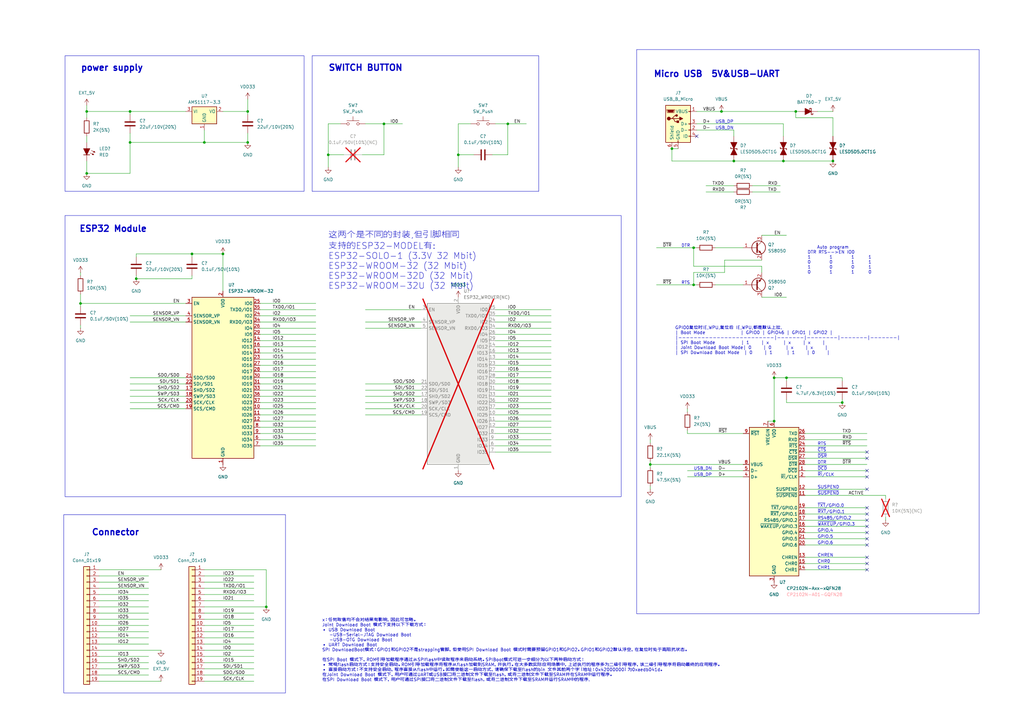
<source format=kicad_sch>
(kicad_sch (version 20250114) (generator "eeschema") (generator_version "9.0")
  (paper "A3")
  (rectangle (start 26.67 22.86) (end 124.714 78.486))
  (rectangle (start 261.112 20.32) (end 401.574 251.714))
  (rectangle (start 26.67 88.392) (end 254.762 203.708))
  (rectangle (start 128.016 22.86) (end 220.98 78.486))
  (rectangle (start 26.162 211.074) (end 117.094 284.226))
  (text "CHR0" (at 335.28 231.14 0) (effects (font (size 1.27 1.27)) (justify left bottom)))
  (text "~{RXT}/GPIO.1" (at 335.28 210.82 0) (effects (font (size 1.27 1.27)) (justify left bottom)))
  (text "GPIO0复位时IE,WPU,复位后 IE,WPU,都是默认上拉.\n| Boot Mode               | GPIO0 | GPIO46 | GPIO1 | GPIO2 |\n|-------------------------|-------|--------|-------|-------|\n| SPI Boot Mode           | 1     | x      | x     | x     |\n| Joint Download Boot Mode| 0     | 0      | x     | x     |\n| SPI Download Boot Mode  | 0     | 1      | 1     | 0     |" (at 276.86 139.7 0) (effects (font (size 1.27 1.27)) (justify left)))
  (text "支持的ESP32-MODEL有:\nESP32-SOLO-1 (3.3V 32 Mbit)\nESP32-WROOM-32 (32 Mbit)\nESP32-WROOM-32D (32 Mbit)\nESP32-WROOM-32U (32 Mbit)" (exclude_from_sim yes) (at 134.62 109.22 0) (effects (font (size 2.54 2.54)) (justify left)))
  (text "     Auto program\n DTR RTS-->EN IO0\n 1        1        1      1\n 0        0        1      1\n 1        0        0      1\n 0        1        1      0" (at 330.2 106.68 0) (effects (font (size 1.27 1.27)) (justify left)))
  (text "~{WAKEUP}/GPIO.3" (at 335.28 215.9 0) (effects (font (size 1.27 1.27)) (justify left bottom)))
  (text "CHR1" (at 335.28 233.68 0) (effects (font (size 1.27 1.27)) (justify left bottom)))
  (text "SWITCH BUTTON" (at 134.62 27.94 0) (effects (font (size 2.54 2.54) (thickness 0.508) (bold yes)) (justify left)))
  (text "RS485/GPIO.2" (at 335.28 213.36 0) (effects (font (size 1.27 1.27)) (justify left bottom)))
  (text "~{DCD}" (at 335.28 193.04 0) (effects (font (size 1.27 1.27)) (justify left bottom)))
  (text " Connector" (at 35.56 218.44 0) (effects (font (size 2.54 2.54) (thickness 0.508) (bold yes)) (justify left)))
  (text "DTR" (at 279.4 101.6 0) (effects (font (size 1.27 1.27)) (justify left bottom)))
  (text "CHREN" (at 335.28 228.6 0) (effects (font (size 1.27 1.27)) (justify left bottom)))
  (text "~{RI}/CLK" (at 335.28 195.58 0) (effects (font (size 1.27 1.27)) (justify left bottom)))
  (text "RTS" (at 279.4 116.84 0) (effects (font (size 1.27 1.27)) (justify left bottom)))
  (text "USB_DP" (at 293.37 50.8 0) (effects (font (size 1.27 1.27)) (justify left bottom)))
  (text "USB_DN" (at 293.37 53.34 0) (effects (font (size 1.27 1.27)) (justify left bottom)))
  (text "DTR" (at 335.28 190.5 0) (effects (font (size 1.27 1.27)) (justify left bottom)))
  (text "RTS" (at 335.28 182.88 0) (effects (font (size 1.27 1.27)) (justify left bottom)))
  (text " ESP32 Module" (at 30.48 93.98 0) (effects (font (size 2.54 2.54) (thickness 0.508) (bold yes)) (justify left)))
  (text "GPIO.6" (at 335.28 223.52 0) (effects (font (size 1.27 1.27)) (justify left bottom)))
  (text "~{CTS}" (at 335.28 185.42 0) (effects (font (size 1.27 1.27)) (justify left bottom)))
  (text "SUSPEND" (at 335.28 200.66 0) (effects (font (size 1.27 1.27)) (justify left bottom)))
  (text "这两个是不同的封装,但引脚相同" (exclude_from_sim yes) (at 134.62 96.52 0) (effects (font (size 2.54 2.54)) (justify left)))
  (text "~{SUSPEND}" (at 335.28 203.2 0) (effects (font (size 1.27 1.27)) (justify left bottom)))
  (text "~{TXT}/GPIO.0" (at 335.28 208.28 0) (effects (font (size 1.27 1.27)) (justify left bottom)))
  (text "USB_DN" (at 284.48 193.04 0) (effects (font (size 1.27 1.27)) (justify left bottom)))
  (text "~{DSR}" (at 335.28 187.96 0) (effects (font (size 1.27 1.27)) (justify left bottom)))
  (text "Micro USB  5V&USB-UART" (at 267.97 30.48 0) (effects (font (size 2.54 2.54) (thickness 0.508) (bold yes)) (justify left)))
  (text "x：任何取值均不会对结果有影响，因此可忽略。\nJoint Download Boot 模式下支持以下下载方式：\n• USB Download Boot\n   -USB-Serial-JTAG Download Boot\n   -USB-OTG Download Boot\n• UART Download Boot\nSPI DownloadBoot模式：GPIO1和GPIO2不是strapping管脚，但使用SPI Download Boot 模式时需要预留GPIO1和GPIO2。GPIO1和GPIO2默认浮空，在复位时处于高阻抗状态。\n\n在SPI Boot 模式下，ROM引导加载程序通过从SPIflash中读取程序来启动系统。SPIBoot模式可进一步细分为以下两种启动方式：\n• 常规flash启动方式：支持安全启动。ROM引导加载程序将程序从flash加载到SRAM，并执行。在大多数实际应用场景中，上述执行的程序多为二级引导程序，该二级引导程序将启动最终的应用程序。\n• 直接启动方式：不支持安全启动，程序直接从flash中运行。如需使能这一启动方式，请确保下载至flash的bin 文件其前两个字（地址：0x42000000）为0xaedb041d。\n在Joint Download Boot 模式下，用户可通过UART或USB接口将二进制文件下载至flash，或将二进制文件下载至SRAM并在SRAM中运行程序。\n在SPI Download Boot 模式下，用户可通过SPI接口将二进制文件下载至flash，或将二进制文件下载至SRAM并运行SRAM中的程序." (at 132.08 266.7 0) (effects (font (size 1.27 1.27)) (justify left)))
  (text "GPIO.4" (at 335.28 218.44 0) (effects (font (size 1.27 1.27)) (justify left bottom)))
  (text "USB_DP" (at 284.48 195.58 0) (effects (font (size 1.27 1.27)) (justify left bottom)))
  (text "GPIO.5" (at 335.28 220.98 0) (effects (font (size 1.27 1.27)) (justify left bottom)))
  (text "power supply" (exclude_from_sim yes) (at 33.02 27.94 0) (effects (font (size 2.54 2.54) (thickness 0.508) (bold yes)) (justify left)))
  (junction (at 101.6 58.42))
  (junction (at 208.28 50.8))
  (junction (at 295.91 45.72))
  (junction (at 33.02 124.46))
  (junction (at 187.96 63.5))
  (junction (at 317.5 172.72))
  (junction (at 345.44 165.1))
  (junction (at 53.34 45.72))
  (junction (at 321.31 66.04))
  (junction (at 101.6 45.72))
  (junction (at 55.88 114.3))
  (junction (at 35.56 45.72))
  (junction (at 266.7 190.5))
  (junction (at 109.22 248.92))
  (junction (at 300.99 66.04))
  (junction (at 284.48 101.6))
  (junction (at 275.59 60.96))
  (junction (at 53.34 58.42))
  (junction (at 134.62 63.5))
  (junction (at 317.5 154.94))
  (junction (at 91.44 104.14))
  (junction (at 35.56 71.12))
  (junction (at 83.82 58.42))
  (junction (at 157.48 50.8))
  (junction (at 284.48 116.84))
  (junction (at 78.74 104.14))
  (junction (at 326.39 45.72))
  (junction (at 341.63 66.04))
  (junction (at 322.58 154.94))
  (no_connect (at 285.75 55.88))
  (no_connect (at 355.6 231.14))
  (no_connect (at 355.6 200.66))
  (no_connect (at 355.6 228.6))
  (no_connect (at 355.6 187.96))
  (no_connect (at 355.6 208.28))
  (no_connect (at 355.6 218.44))
  (no_connect (at 355.6 195.58))
  (no_connect (at 355.6 233.68))
  (no_connect (at 355.6 213.36))
  (no_connect (at 355.6 185.42))
  (no_connect (at 355.6 223.52))
  (no_connect (at 355.6 215.9))
  (no_connect (at 355.6 220.98))
  (no_connect (at 355.6 210.82))
  (no_connect (at 355.6 193.04))
  (wire (pts (xy 83.82 261.62) (xy 104.14 261.62)))
  (wire (pts (xy 322.58 163.83) (xy 322.58 165.1)))
  (wire (pts (xy 285.75 53.34) (xy 300.99 53.34)))
  (wire (pts (xy 129.54 129.54) (xy 106.68 129.54)))
  (wire (pts (xy 226.06 132.08) (xy 203.2 132.08)))
  (wire (pts (xy 289.56 78.74) (xy 300.99 78.74)))
  (wire (pts (xy 284.48 111.76) (xy 297.18 111.76)))
  (wire (pts (xy 53.34 71.12) (xy 35.56 71.12)))
  (wire (pts (xy 322.58 154.94) (xy 322.58 156.21)))
  (wire (pts (xy 226.06 182.88) (xy 203.2 182.88)))
  (wire (pts (xy 363.22 212.09) (xy 363.22 213.36)))
  (wire (pts (xy 40.64 254) (xy 60.96 254)))
  (wire (pts (xy 226.06 175.26) (xy 203.2 175.26)))
  (wire (pts (xy 129.54 180.34) (xy 106.68 180.34)))
  (wire (pts (xy 83.82 243.84) (xy 104.14 243.84)))
  (wire (pts (xy 83.82 236.22) (xy 104.14 236.22)))
  (wire (pts (xy 284.48 109.22) (xy 312.42 109.22)))
  (wire (pts (xy 83.82 266.7) (xy 104.14 266.7)))
  (wire (pts (xy 284.48 101.6) (xy 284.48 109.22)))
  (wire (pts (xy 355.6 215.9) (xy 330.2 215.9)))
  (wire (pts (xy 129.54 177.8) (xy 106.68 177.8)))
  (wire (pts (xy 226.06 162.56) (xy 203.2 162.56)))
  (wire (pts (xy 266.7 180.34) (xy 266.7 181.61)))
  (wire (pts (xy 129.54 152.4) (xy 106.68 152.4)))
  (wire (pts (xy 40.64 256.54) (xy 60.96 256.54)))
  (wire (pts (xy 35.56 45.72) (xy 53.34 45.72)))
  (wire (pts (xy 281.94 176.53) (xy 281.94 177.8)))
  (wire (pts (xy 53.34 132.08) (xy 76.2 132.08)))
  (wire (pts (xy 226.06 165.1) (xy 203.2 165.1)))
  (wire (pts (xy 53.34 160.02) (xy 76.2 160.02)))
  (wire (pts (xy 226.06 129.54) (xy 203.2 129.54)))
  (wire (pts (xy 129.54 175.26) (xy 106.68 175.26)))
  (wire (pts (xy 266.7 190.5) (xy 304.8 190.5)))
  (wire (pts (xy 53.34 54.61) (xy 53.34 58.42)))
  (wire (pts (xy 40.64 243.84) (xy 60.96 243.84)))
  (wire (pts (xy 321.31 50.8) (xy 321.31 55.88)))
  (wire (pts (xy 40.64 241.3) (xy 60.96 241.3)))
  (wire (pts (xy 139.7 50.8) (xy 134.62 50.8)))
  (wire (pts (xy 355.6 228.6) (xy 330.2 228.6)))
  (wire (pts (xy 226.06 144.78) (xy 203.2 144.78)))
  (wire (pts (xy 35.56 45.72) (xy 35.56 48.26)))
  (wire (pts (xy 226.06 149.86) (xy 203.2 149.86)))
  (wire (pts (xy 275.59 66.04) (xy 300.99 66.04)))
  (wire (pts (xy 312.42 109.22) (xy 312.42 111.76)))
  (wire (pts (xy 78.74 114.3) (xy 55.88 114.3)))
  (wire (pts (xy 40.64 261.62) (xy 60.96 261.62)))
  (wire (pts (xy 129.54 172.72) (xy 106.68 172.72)))
  (wire (pts (xy 322.58 154.94) (xy 345.44 154.94)))
  (wire (pts (xy 317.5 154.94) (xy 322.58 154.94)))
  (wire (pts (xy 33.02 111.76) (xy 33.02 113.03)))
  (wire (pts (xy 266.7 199.39) (xy 266.7 200.66)))
  (wire (pts (xy 226.06 160.02) (xy 203.2 160.02)))
  (wire (pts (xy 40.64 233.68) (xy 66.04 233.68)))
  (wire (pts (xy 281.94 167.64) (xy 281.94 168.91)))
  (wire (pts (xy 293.37 116.84) (xy 304.8 116.84)))
  (wire (pts (xy 281.94 193.04) (xy 304.8 193.04)))
  (wire (pts (xy 129.54 147.32) (xy 106.68 147.32)))
  (wire (pts (xy 129.54 157.48) (xy 106.68 157.48)))
  (wire (pts (xy 91.44 45.72) (xy 101.6 45.72)))
  (wire (pts (xy 129.54 144.78) (xy 106.68 144.78)))
  (wire (pts (xy 129.54 139.7) (xy 106.68 139.7)))
  (wire (pts (xy 33.02 124.46) (xy 33.02 125.73)))
  (wire (pts (xy 157.48 50.8) (xy 165.1 50.8)))
  (wire (pts (xy 355.6 187.96) (xy 330.2 187.96)))
  (wire (pts (xy 129.54 167.64) (xy 106.68 167.64)))
  (wire (pts (xy 83.82 238.76) (xy 104.14 238.76)))
  (wire (pts (xy 83.82 246.38) (xy 104.14 246.38)))
  (wire (pts (xy 149.86 134.62) (xy 172.72 134.62)))
  (wire (pts (xy 129.54 127) (xy 106.68 127)))
  (wire (pts (xy 355.6 231.14) (xy 330.2 231.14)))
  (wire (pts (xy 157.48 50.8) (xy 149.86 50.8)))
  (wire (pts (xy 129.54 165.1) (xy 106.68 165.1)))
  (wire (pts (xy 187.96 63.5) (xy 194.31 63.5)))
  (wire (pts (xy 134.62 63.5) (xy 134.62 68.58)))
  (wire (pts (xy 129.54 162.56) (xy 106.68 162.56)))
  (wire (pts (xy 53.34 45.72) (xy 76.2 45.72)))
  (wire (pts (xy 148.59 63.5) (xy 157.48 63.5)))
  (wire (pts (xy 83.82 53.34) (xy 83.82 58.42)))
  (wire (pts (xy 355.6 233.68) (xy 330.2 233.68)))
  (wire (pts (xy 284.48 116.84) (xy 285.75 116.84)))
  (wire (pts (xy 269.24 116.84) (xy 284.48 116.84)))
  (wire (pts (xy 40.64 279.4) (xy 66.04 279.4)))
  (wire (pts (xy 149.86 162.56) (xy 172.72 162.56)))
  (wire (pts (xy 355.6 213.36) (xy 330.2 213.36)))
  (wire (pts (xy 149.86 170.18) (xy 172.72 170.18)))
  (wire (pts (xy 40.64 238.76) (xy 60.96 238.76)))
  (wire (pts (xy 55.88 104.14) (xy 78.74 104.14)))
  (wire (pts (xy 295.91 45.72) (xy 326.39 45.72)))
  (wire (pts (xy 40.64 264.16) (xy 60.96 264.16)))
  (wire (pts (xy 55.88 113.03) (xy 55.88 114.3)))
  (wire (pts (xy 35.56 43.18) (xy 35.56 45.72)))
  (wire (pts (xy 33.02 133.35) (xy 33.02 134.62)))
  (wire (pts (xy 40.64 269.24) (xy 60.96 269.24)))
  (wire (pts (xy 35.56 66.04) (xy 35.56 71.12)))
  (wire (pts (xy 101.6 54.61) (xy 101.6 58.42)))
  (wire (pts (xy 83.82 279.4) (xy 104.14 279.4)))
  (wire (pts (xy 355.6 185.42) (xy 330.2 185.42)))
  (wire (pts (xy 53.34 167.64) (xy 76.2 167.64)))
  (wire (pts (xy 83.82 269.24) (xy 104.14 269.24)))
  (wire (pts (xy 157.48 63.5) (xy 157.48 50.8)))
  (wire (pts (xy 193.04 50.8) (xy 187.96 50.8)))
  (wire (pts (xy 355.6 218.44) (xy 330.2 218.44)))
  (wire (pts (xy 53.34 45.72) (xy 53.34 46.99)))
  (wire (pts (xy 355.6 200.66) (xy 330.2 200.66)))
  (wire (pts (xy 187.96 50.8) (xy 187.96 63.5)))
  (wire (pts (xy 308.61 78.74) (xy 320.04 78.74)))
  (wire (pts (xy 129.54 137.16) (xy 106.68 137.16)))
  (wire (pts (xy 53.34 58.42) (xy 83.82 58.42)))
  (wire (pts (xy 83.82 58.42) (xy 101.6 58.42)))
  (wire (pts (xy 355.6 195.58) (xy 330.2 195.58)))
  (wire (pts (xy 226.06 172.72) (xy 203.2 172.72)))
  (wire (pts (xy 109.22 233.68) (xy 109.22 248.92)))
  (wire (pts (xy 83.82 276.86) (xy 104.14 276.86)))
  (wire (pts (xy 355.6 193.04) (xy 330.2 193.04)))
  (wire (pts (xy 134.62 63.5) (xy 140.97 63.5)))
  (wire (pts (xy 40.64 274.32) (xy 60.96 274.32)))
  (wire (pts (xy 129.54 132.08) (xy 106.68 132.08)))
  (wire (pts (xy 297.18 106.68) (xy 312.42 106.68)))
  (wire (pts (xy 129.54 134.62) (xy 106.68 134.62)))
  (wire (pts (xy 83.82 256.54) (xy 104.14 256.54)))
  (wire (pts (xy 129.54 142.24) (xy 106.68 142.24)))
  (wire (pts (xy 149.86 127) (xy 172.72 127)))
  (wire (pts (xy 317.5 154.94) (xy 317.5 172.72)))
  (wire (pts (xy 83.82 264.16) (xy 104.14 264.16)))
  (wire (pts (xy 330.2 203.2) (xy 363.22 203.2)))
  (wire (pts (xy 275.59 60.96) (xy 278.13 60.96)))
  (wire (pts (xy 101.6 45.72) (xy 101.6 46.99)))
  (wire (pts (xy 226.06 154.94) (xy 203.2 154.94)))
  (wire (pts (xy 83.82 259.08) (xy 104.14 259.08)))
  (wire (pts (xy 83.82 271.78) (xy 104.14 271.78)))
  (wire (pts (xy 281.94 195.58) (xy 304.8 195.58)))
  (wire (pts (xy 208.28 50.8) (xy 215.9 50.8)))
  (wire (pts (xy 40.64 251.46) (xy 60.96 251.46)))
  (wire (pts (xy 308.61 76.2) (xy 320.04 76.2)))
  (wire (pts (xy 149.86 160.02) (xy 172.72 160.02)))
  (wire (pts (xy 226.06 167.64) (xy 203.2 167.64)))
  (wire (pts (xy 129.54 170.18) (xy 106.68 170.18)))
  (wire (pts (xy 285.75 45.72) (xy 295.91 45.72)))
  (wire (pts (xy 355.6 182.88) (xy 330.2 182.88)))
  (wire (pts (xy 83.82 248.92) (xy 109.22 248.92)))
  (wire (pts (xy 226.06 147.32) (xy 203.2 147.32)))
  (wire (pts (xy 355.6 220.98) (xy 330.2 220.98)))
  (wire (pts (xy 134.62 50.8) (xy 134.62 63.5)))
  (wire (pts (xy 53.34 129.54) (xy 76.2 129.54)))
  (wire (pts (xy 355.6 177.8) (xy 330.2 177.8)))
  (wire (pts (xy 53.34 165.1) (xy 76.2 165.1)))
  (wire (pts (xy 300.99 66.04) (xy 321.31 66.04)))
  (wire (pts (xy 53.34 154.94) (xy 76.2 154.94)))
  (wire (pts (xy 129.54 154.94) (xy 106.68 154.94)))
  (wire (pts (xy 40.64 271.78) (xy 60.96 271.78)))
  (wire (pts (xy 40.64 248.92) (xy 60.96 248.92)))
  (wire (pts (xy 363.22 203.2) (xy 363.22 204.47)))
  (wire (pts (xy 208.28 50.8) (xy 203.2 50.8)))
  (wire (pts (xy 40.64 246.38) (xy 60.96 246.38)))
  (wire (pts (xy 355.6 208.28) (xy 330.2 208.28)))
  (wire (pts (xy 266.7 190.5) (xy 266.7 191.77)))
  (wire (pts (xy 149.86 167.64) (xy 172.72 167.64)))
  (wire (pts (xy 285.75 50.8) (xy 321.31 50.8)))
  (wire (pts (xy 335.28 45.72) (xy 341.63 45.72)))
  (wire (pts (xy 53.34 162.56) (xy 76.2 162.56)))
  (wire (pts (xy 345.44 163.83) (xy 345.44 165.1)))
  (wire (pts (xy 284.48 101.6) (xy 285.75 101.6)))
  (wire (pts (xy 312.42 121.92) (xy 322.58 121.92)))
  (wire (pts (xy 187.96 63.5) (xy 187.96 68.58)))
  (wire (pts (xy 284.48 111.76) (xy 284.48 116.84)))
  (wire (pts (xy 33.02 120.65) (xy 33.02 124.46)))
  (wire (pts (xy 149.86 157.48) (xy 172.72 157.48)))
  (wire (pts (xy 78.74 104.14) (xy 91.44 104.14)))
  (wire (pts (xy 201.93 63.5) (xy 208.28 63.5)))
  (wire (pts (xy 129.54 182.88) (xy 106.68 182.88)))
  (wire (pts (xy 355.6 180.34) (xy 330.2 180.34)))
  (wire (pts (xy 326.39 48.26) (xy 341.63 48.26)))
  (wire (pts (xy 91.44 104.14) (xy 91.44 119.38)))
  (wire (pts (xy 314.96 172.72) (xy 317.5 172.72)))
  (wire (pts (xy 326.39 45.72) (xy 326.39 48.26)))
  (wire (pts (xy 83.82 274.32) (xy 104.14 274.32)))
  (wire (pts (xy 53.34 58.42) (xy 53.34 71.12)))
  (wire (pts (xy 226.06 185.42) (xy 203.2 185.42)))
  (wire (pts (xy 269.24 101.6) (xy 284.48 101.6)))
  (wire (pts (xy 226.06 152.4) (xy 203.2 152.4)))
  (wire (pts (xy 341.63 48.26) (xy 341.63 55.88)))
  (wire (pts (xy 55.88 104.14) (xy 55.88 105.41)))
  (wire (pts (xy 312.42 96.52) (xy 322.58 96.52)))
  (wire (pts (xy 129.54 149.86) (xy 106.68 149.86)))
  (wire (pts (xy 289.56 76.2) (xy 300.99 76.2)))
  (wire (pts (xy 83.82 233.68) (xy 109.22 233.68)))
  (wire (pts (xy 83.82 254) (xy 104.14 254)))
  (wire (pts (xy 226.06 170.18) (xy 203.2 170.18)))
  (wire (pts (xy 78.74 113.03) (xy 78.74 114.3)))
  (wire (pts (xy 355.6 223.52) (xy 330.2 223.52)))
  (wire (pts (xy 226.06 142.24) (xy 203.2 142.24)))
  (wire (pts (xy 208.28 63.5) (xy 208.28 50.8)))
  (wire (pts (xy 129.54 160.02) (xy 106.68 160.02)))
  (wire (pts (xy 355.6 210.82) (xy 330.2 210.82)))
  (wire (pts (xy 275.59 66.04) (xy 275.59 60.96)))
  (wire (pts (xy 293.37 101.6) (xy 304.8 101.6)))
  (wire (pts (xy 326.39 45.72) (xy 327.66 45.72)))
  (wire (pts (xy 226.06 139.7) (xy 203.2 139.7)))
  (wire (pts (xy 149.86 165.1) (xy 172.72 165.1)))
  (wire (pts (xy 226.06 137.16) (xy 203.2 137.16)))
  (wire (pts (xy 53.34 157.48) (xy 76.2 157.48)))
  (wire (pts (xy 355.6 190.5) (xy 330.2 190.5)))
  (wire (pts (xy 345.44 154.94) (xy 345.44 156.21)))
  (wire (pts (xy 297.18 111.76) (xy 297.18 106.68)))
  (wire (pts (xy 83.82 241.3) (xy 104.14 241.3)))
  (wire (pts (xy 226.06 180.34) (xy 203.2 180.34)))
  (wire (pts (xy 33.02 124.46) (xy 76.2 124.46)))
  (wire (pts (xy 266.7 189.23) (xy 266.7 190.5)))
  (wire (pts (xy 35.56 55.88) (xy 35.56 58.42)))
  (wire (pts (xy 226.06 127) (xy 203.2 127)))
  (wire (pts (xy 300.99 53.34) (xy 300.99 55.88)))
  (wire (pts (xy 40.64 266.7) (xy 66.04 266.7)))
  (wire (pts (xy 345.44 165.1) (xy 322.58 165.1)))
  (wire (pts (xy 40.64 259.08) (xy 60.96 259.08)))
  (wire (pts (xy 129.54 124.46) (xy 106.68 124.46)))
  (wire (pts (xy 281.94 177.8) (xy 304.8 177.8)))
  (wire (pts (xy 226.06 177.8) (xy 203.2 177.8)))
  (wire (pts (xy 40.64 276.86) (xy 60.96 276.86)))
  (wire (pts (xy 149.86 132.08) (xy 172.72 132.08)))
  (wire (pts (xy 78.74 104.14) (xy 78.74 105.41)))
  (wire (pts (xy 83.82 251.46) (xy 104.14 251.46)))
  (wire (pts (xy 101.6 40.64) (xy 101.6 45.72)))
  (wire (pts (xy 226.06 134.62) (xy 203.2 134.62)))
  (wire (pts (xy 226.06 157.48) (xy 203.2 157.48)))
  (wire (pts (xy 321.31 66.04) (xy 341.63 66.04)))
  (wire (pts (xy 40.64 236.22) (xy 60.96 236.22)))
  (label "D+" (at 288.29 50.8 0))
  (label "SCS/CMD" (at 170.18 170.18 180))
  (label "IO0" (at 317.5 121.92 0))
  (label "IO0" (at 111.76 124.46 0))
  (label "IO5" (at 111.76 137.16 0))
  (label "IO32" (at 111.76 175.26 0))
  (label "IO34" (at 111.76 180.34 0))
  (label "D-" (at 288.29 53.34 0))
  (label "IO22" (at 91.44 238.76 0))
  (label "IO27" (at 48.26 259.08 0))
  (label "IO5" (at 208.28 139.7 0))
  (label "SWP/SD3" (at 170.18 165.1 180))
  (label "IO2" (at 111.76 129.54 0))
  (label "RXD" (at 314.96 76.2 0))
  (label "IO21" (at 91.44 246.38 0))
  (label "SCK/CLK" (at 170.18 167.64 180))
  (label "IO0" (at 91.44 266.7 0))
  (label "SHD/SD2" (at 73.66 160.02 180))
  (label "D-" (at 294.64 193.04 0))
  (label "D+" (at 294.64 195.58 0))
  (label "IO26" (at 48.26 256.54 0))
  (label "IO4" (at 208.28 137.16 0))
  (label "IO15" (at 111.76 147.32 0))
  (label "SENSOR_VN" (at 48.26 241.3 0))
  (label "IO35" (at 208.28 185.42 0))
  (label "IO27" (at 208.28 175.26 0))
  (label "SENSOR_VN" (at 73.66 132.08 180))
  (label "IO18" (at 111.76 154.94 0))
  (label "IO15" (at 208.28 149.86 0))
  (label "IO32" (at 208.28 177.8 0))
  (label "TXD0" (at 292.1 76.2 0))
  (label "ACTIVE" (at 347.98 203.2 0))
  (label "VBUS" (at 288.29 45.72 0))
  (label "IO4" (at 91.44 264.16 0))
  (label "IO4" (at 111.76 134.62 0))
  (label "~{RTS}" (at 345.44 182.88 0))
  (label "VBUS" (at 294.64 190.5 0))
  (label "IO13" (at 111.76 142.24 0))
  (label "IO26" (at 111.76 170.18 0))
  (label "IO34" (at 208.28 182.88 0))
  (label "IO25" (at 208.28 170.18 0))
  (label "TXD" (at 314.96 78.74 0))
  (label "TXD0/IO1" (at 208.28 129.54 0))
  (label "IO5" (at 91.44 256.54 0))
  (label "IO14" (at 48.26 261.62 0))
  (label "IO13" (at 48.26 269.24 0))
  (label "SDO{slash}SD0" (at 91.44 276.86 0))
  (label "IO33" (at 208.28 180.34 0))
  (label "RXD0" (at 292.1 78.74 0))
  (label "IO22" (at 111.76 162.56 0))
  (label "RXD0/IO3" (at 91.44 243.84 0))
  (label "IO19" (at 208.28 160.02 0))
  (label "IO0" (at 160.02 50.8 0))
  (label "SWP{slash}SD3" (at 48.26 274.32 0))
  (label "~{RST}" (at 294.64 177.8 0))
  (label "~{DTR}" (at 271.78 101.6 0))
  (label "~{DTR}" (at 345.44 190.5 0))
  (label "SWP/SD3" (at 73.66 162.56 180))
  (label "IO19" (at 111.76 157.48 0))
  (label "~{RTS}" (at 271.78 116.84 0))
  (label "TXD0/IO1" (at 91.44 241.3 0))
  (label "SDO/SD0" (at 73.66 154.94 180))
  (label "IO33" (at 48.26 251.46 0))
  (label "EN" (at 170.18 127 180))
  (label "IO32" (at 48.26 248.92 0))
  (label "SENSOR_VN" (at 170.18 134.62 180))
  (label "IO33" (at 111.76 177.8 0))
  (label "IO13" (at 208.28 144.78 0))
  (label "IO35" (at 111.76 182.88 0))
  (label "IO34" (at 48.26 243.84 0))
  (label "IO25" (at 48.26 254 0))
  (label "EN" (at 210.82 50.8 0))
  (label "IO18" (at 91.44 254 0))
  (label "EN" (at 48.26 236.22 0))
  (label "IO26" (at 208.28 172.72 0))
  (label "SHD{slash}SD2" (at 48.26 271.78 0))
  (label "IO35" (at 48.26 246.38 0))
  (label "IO0" (at 208.28 127 0))
  (label "IO14" (at 208.28 147.32 0))
  (label "SCS/CMD" (at 73.66 167.64 180))
  (label "IO18" (at 208.28 157.48 0))
  (label "SDO/SD0" (at 170.18 157.48 180))
  (label "IO12" (at 111.76 139.7 0))
  (label "SCK{slash}CLK" (at 91.44 279.4 0))
  (label "IO27" (at 111.76 172.72 0))
  (label "IO2" (at 208.28 132.08 0))
  (label "IO17" (at 111.76 152.4 0))
  (label "IO21" (at 111.76 160.02 0))
  (label "IO16" (at 111.76 149.86 0))
  (label "IO22" (at 208.28 165.1 0))
  (label "IO23" (at 91.44 236.22 0))
  (label "IO17" (at 91.44 259.08 0))
  (label "IO2" (at 91.44 269.24 0))
  (label "IO19" (at 91.44 251.46 0))
  (label "TXD0/IO1" (at 111.76 127 0))
  (label "IO14" (at 111.76 144.78 0))
  (label "SDI{slash}SD1" (at 91.44 274.32 0))
  (label "IO12" (at 208.28 142.24 0))
  (label "EN" (at 317.5 96.52 0))
  (label "SDI/SD1" (at 73.66 157.48 180))
  (label "RXD0/IO3" (at 208.28 134.62 0))
  (label "IO16" (at 208.28 152.4 0))
  (label "SENSOR_VP" (at 48.26 238.76 0))
  (label "SENSOR_VP" (at 73.66 129.54 180))
  (label "IO16" (at 91.44 261.62 0))
  (label "EN" (at 73.66 124.46 180))
  (label "IO23" (at 208.28 167.64 0))
  (label "SCK/CLK" (at 73.66 165.1 180))
  (label "IO21" (at 208.28 162.56 0))
  (label "SDI/SD1" (at 170.18 160.02 180))
  (label "SCS{slash}CMD" (at 48.26 276.86 0))
  (label "IO25" (at 111.76 167.64 0))
  (label "IO15" (at 91.44 271.78 0))
  (label "TXD" (at 345.44 177.8 0))
  (label "SHD/SD2" (at 170.18 162.56 180))
  (label "SENSOR_VP" (at 170.18 132.08 180))
  (label "RXD" (at 345.44 180.34 0))
  (label "IO12" (at 48.26 264.16 0))
  (label "IO23" (at 111.76 165.1 0))
  (label "RXD0/IO3" (at 111.76 132.08 0))
  (label "IO17" (at 208.28 154.94 0))
  (symbol (lib_id "Transistor_BJT:SS8050") (at 309.88 101.6 0) (unit 1)
    (property "Reference" "Q?" (at 314.96 100.3299 0) (effects (justify left)))
    (property "Value" "SS8050" (at 314.96 102.8699 0) (effects (justify left)))
    (property "Footprint" "Package_TO_SOT_SMD:SOT-23" (effects (hide yes)))
    (property "Datasheet" "http://www.secosgmbh.com/datasheet/products/SSMPTransistor/SOT-23/SS8050.pdf" (effects (hide yes)))
    (property "Description" "General Purpose NPN Transistor, 1.5A Ic, 25V Vce, SOT-23" (effects (hide yes)))
  )
  (symbol (lib_id "PCM_Resistor_AKL:R_1206") (at 289.56 116.84 90) (unit 1)
    (property "Reference" "R?" (at 289.56 110.49 90))
    (property "Value" "10K(5%)" (at 289.56 113.03 90))
    (property "Footprint" "PCM_Resistor_SMD_AKL:R_1206_3216Metric" (effects (hide yes)))
    (property "Description" "SMD 1206 Chip Resistor, European Symbol, Alternate KiCad Library" (effects (hide yes)))
  )
  (symbol (lib_id "power:GND") (at 317.5 238.76 0) (unit 1)
    (property "Reference" "#PWR?" (effects (hide yes)))
    (property "Value" "GND" (at 317.5 243.84 0))
    (property "Description" "Power symbol creates a global label with name \"GND\" , ground" (effects (hide yes)))
  )
  (symbol (lib_id "PCM_Capacitor_AKL:C_1206") (at 198.12 63.5 270) (unit 1)
    (property "Reference" "C?" (at 198.12 55.88 90))
    (property "Value" "0.1uF/50V(10%)" (at 198.12 58.42 90))
    (property "Footprint" "PCM_Capacitor_SMD_AKL:C_1206_3216Metric" (effects (hide yes)))
    (property "Description" "SMD 1206 MLCC capacitor, Alternate KiCad Library" (effects (hide yes)))
  )
  (symbol (lib_id "power:GND") (at 134.62 68.58 0) (unit 1)
    (property "Reference" "#PWR?" (effects (hide yes)))
    (property "Value" "GND" (at 134.62 73.66 0))
    (property "Description" "Power symbol creates a global label with name \"GND\" , ground" (effects (hide yes)))
  )
  (symbol (lib_id "Connector_Generic:Conn_01x19") (at 78.74 256.54 0) (mirror y) (unit 1)
    (property "Reference" "J?" (at 78.74 227.33 0))
    (property "Value" "Conn_01x19" (at 78.74 229.87 0))
    (property "Description" "Generic connector, single row, 01x19, script generated (kicad-library-utils/schlib/autogen/connector/)" (effects (hide yes)))
  )
  (symbol (lib_id "power:+5V") (at 33.02 111.76 0) (unit 1)
    (property "Reference" "#PWR?" (effects (hide yes)))
    (property "Value" "VDD33" (at 33.02 106.68 0))
    (property "Description" "Power symbol creates a global label with name \"+5V\"" (effects (hide yes)))
  )
  (symbol (lib_id "PCM_Resistor_AKL:R_1206") (at 281.94 172.72 180) (unit 1)
    (property "Reference" "R?" (at 284.48 171.4499 0) (effects (justify right)))
    (property "Value" "2K(5%)" (at 284.48 173.9899 0) (effects (justify right)))
    (property "Footprint" "PCM_Resistor_SMD_AKL:R_1206_3216Metric" (effects (hide yes)))
    (property "Description" "SMD 1206 Chip Resistor, European Symbol, Alternate KiCad Library" (effects (hide yes)))
  )
  (symbol (lib_id "RF_Module:ESP32-WROOM-32") (at 91.44 154.94 0) (unit 1)
    (property "Reference" "U?" (at 93.5833 116.84 0) (effects (justify left)))
    (property "Value" "ESP32-WROOM-32" (at 93.5833 119.38 0) (effects (justify left)))
    (property "Footprint" "RF_Module:ESP32-WROOM-32" (effects (hide yes)))
    (property "Datasheet" "https://www.espressif.com/sites/default/files/documentation/esp32-wroom-32_datasheet_en.pdf" (effects (hide yes)))
    (property "Description" "RF Module, ESP32-D0WDQ6 SoC, Wi-Fi 802.11b/g/n, Bluetooth, BLE, 32-bit, 2.7-3.6V, onboard antenna, SMD" (effects (hide yes)))
  )
  (symbol (lib_id "PCM_Capacitor_AKL:C_1206") (at 78.74 109.22 0) (unit 1)
    (property "Reference" "C?" (at 82.55 107.9499 0) (effects (justify left)))
    (property "Value" "0.1uF/50V(10%)" (at 82.55 110.4899 0) (effects (justify left)))
    (property "Footprint" "PCM_Capacitor_SMD_AKL:C_1206_3216Metric" (effects (hide yes)))
    (property "Description" "SMD 1206 MLCC capacitor, Alternate KiCad Library" (effects (hide yes)))
  )
  (symbol (lib_id "power:GND") (at 55.88 114.3 0) (unit 1)
    (property "Reference" "#PWR?" (effects (hide yes)))
    (property "Value" "GND" (at 55.88 119.38 0))
    (property "Description" "Power symbol creates a global label with name \"GND\" , ground" (effects (hide yes)))
  )
  (symbol (lib_id "power:GND") (at 66.04 266.7 0) (unit 1)
    (property "Reference" "#PWR?" (effects (hide yes)))
    (property "Value" "GND" (at 66.04 271.78 0))
    (property "Description" "Power symbol creates a global label with name \"GND\" , ground" (effects (hide yes)))
  )
  (symbol (lib_id "Library:LESD5D5.0CT1G") (at 341.63 60.96 90) (unit 1)
    (property "Reference" "D?" (at 344.17 59.6899 90) (effects (justify right)))
    (property "Value" "LESD5D5.0CT1G" (at 344.17 62.2299 90) (effects (justify right)))
    (property "Footprint" "Diode_SMD:D_SOD-523" (effects (hide yes)))
    (property "Datasheet" "https://www.jlc-smt.com/lcsc/detail?componentCode=C383211&spm=smt-pc.search-result.list.0" (effects (hide yes)))
    (property "Description" "Bidirectional TVS Diode, Generic symbol, Alternate KiCAD Library" (effects (hide yes)))
  )
  (symbol (lib_id "power:+5V") (at 101.6 40.64 0) (unit 1)
    (property "Reference" "#PWR?" (effects (hide yes)))
    (property "Value" "VDD33" (at 101.6 35.56 0))
    (property "Description" "Power symbol creates a global label with name \"+5V\"" (effects (hide yes)))
  )
  (symbol (lib_id "PCM_Capacitor_AKL:C_1206") (at 33.02 129.54 0) (unit 1)
    (property "Reference" "C?" (at 36.83 128.2699 0) (effects (justify left)))
    (property "Value" "0.1uF/50V(10%)" (at 36.83 130.8099 0) (effects (justify left)))
    (property "Footprint" "PCM_Capacitor_SMD_AKL:C_1206_3216Metric" (effects (hide yes)))
    (property "Description" "SMD 1206 MLCC capacitor, Alternate KiCad Library" (effects (hide yes)))
  )
  (symbol (lib_id "power:GND") (at 341.63 66.04 0) (unit 1)
    (property "Reference" "#PWR?" (effects (hide yes)))
    (property "Value" "GND" (at 341.63 71.12 0))
    (property "Description" "Power symbol creates a global label with name \"GND\" , ground" (effects (hide yes)))
  )
  (symbol (lib_id "PCM_Resistor_AKL:R_1206") (at 289.56 101.6 90) (unit 1)
    (property "Reference" "R?" (at 289.56 95.25 90))
    (property "Value" "10K(5%)" (at 289.56 97.79 90))
    (property "Footprint" "PCM_Resistor_SMD_AKL:R_1206_3216Metric" (effects (hide yes)))
    (property "Description" "SMD 1206 Chip Resistor, European Symbol, Alternate KiCad Library" (effects (hide yes)))
  )
  (symbol (lib_id "Connector:USB_B_Micro") (at 278.13 50.8 0) (unit 1)
    (property "Reference" "J?" (at 278.13 38.1 0))
    (property "Value" "USB_B_Micro" (at 278.13 40.64 0))
    (property "Description" "USB Micro Type B connector" (effects (hide yes)))
  )
  (symbol (lib_id "power:GND") (at 187.96 68.58 0) (unit 1)
    (property "Reference" "#PWR?" (effects (hide yes)))
    (property "Value" "GND" (at 187.96 73.66 0))
    (property "Description" "Power symbol creates a global label with name \"GND\" , ground" (effects (hide yes)))
  )
  (symbol (lib_id "Regulator_Linear:AMS1117-3.3") (at 83.82 45.72 0) (unit 1)
    (property "Reference" "U?" (at 83.82 39.37 0))
    (property "Value" "AMS1117-3.3" (at 83.82 41.91 0))
    (property "Footprint" "Package_TO_SOT_SMD:SOT-223-3_TabPin2" (effects (hide yes)))
    (property "Datasheet" "http://www.advanced-monolithic.com/pdf/ds1117.pdf" (effects (hide yes)))
    (property "Description" "1A Low Dropout regulator, positive, 3.3V fixed output, SOT-223" (effects (hide yes)))
  )
  (symbol (lib_id "power:+5V") (at 66.04 279.4 0) (unit 1)
    (property "Reference" "#PWR?" (effects (hide yes)))
    (property "Value" "EXT_5V" (at 66.04 274.32 0))
    (property "Description" "Power symbol creates a global label with name \"+5V\"" (effects (hide yes)))
  )
  (symbol (lib_id "power:GND") (at 91.44 190.5 0) (unit 1)
    (property "Reference" "#PWR?" (effects (hide yes)))
    (property "Value" "GND" (at 91.44 195.58 0))
    (property "Description" "Power symbol creates a global label with name \"GND\" , ground" (effects (hide yes)))
  )
  (symbol (lib_id "Switch:SW_Push") (at 144.78 50.8 0) (unit 1)
    (property "Reference" "SW?" (at 144.78 43.18 0))
    (property "Value" "SW_Push" (at 144.78 45.72 0))
    (property "Footprint" "Button_Switch_THT:SW_PUSH_6mm_H7.3mm" (effects (hide yes)))
    (property "Description" "Push button switch, generic, two pins" (effects (hide yes)))
  )
  (symbol (lib_id "Switch:SW_Push") (at 198.12 50.8 0) (unit 1)
    (property "Reference" "SW?" (at 198.12 43.18 0))
    (property "Value" "SW_Push" (at 198.12 45.72 0))
    (property "Footprint" "Button_Switch_THT:SW_PUSH_6mm_H7.3mm" (effects (hide yes)))
    (property "Description" "Push button switch, generic, two pins" (effects (hide yes)))
  )
  (symbol (lib_id "PCM_Resistor_AKL:R_1206") (at 363.22 208.28 180) (unit 1) (dnp yes)
    (property "Reference" "R?" (at 365.76 207.0099 0) (effects (justify right)))
    (property "Value" "10K(5%)(NC)" (at 365.76 209.5499 0) (effects (justify right)))
    (property "Footprint" "PCM_Resistor_SMD_AKL:R_1206_3216Metric" (effects (hide yes)))
    (property "Description" "SMD 1206 Chip Resistor, European Symbol, Alternate KiCad Library" (effects (hide yes)))
  )
  (symbol (lib_id "PCM_Resistor_AKL:R_1206") (at 266.7 195.58 180) (unit 1)
    (property "Reference" "R?" (at 269.24 194.3099 0) (effects (justify right)))
    (property "Value" "47.5K(5%)" (at 269.24 196.8499 0) (effects (justify right)))
    (property "Footprint" "PCM_Resistor_SMD_AKL:R_1206_3216Metric" (effects (hide yes)))
    (property "Description" "SMD 1206 Chip Resistor, European Symbol, Alternate KiCad Library" (effects (hide yes)))
  )
  (symbol (lib_id "power:GND") (at 101.6 58.42 0) (unit 1)
    (property "Reference" "#PWR?" (effects (hide yes)))
    (property "Value" "GND" (at 101.6 63.5 0))
    (property "Description" "Power symbol creates a global label with name \"GND\" , ground" (effects (hide yes)))
  )
  (symbol (lib_id "power:+5V") (at 281.94 167.64 0) (unit 1)
    (property "Reference" "#PWR?" (effects (hide yes)))
    (property "Value" "VDD33" (at 281.94 162.56 0))
    (property "Description" "Power symbol creates a global label with name \"+5V\"" (effects (hide yes)))
  )
  (symbol (lib_id "power:GND") (at 109.22 248.92 0) (unit 1)
    (property "Reference" "#PWR?" (effects (hide yes)))
    (property "Value" "GND" (at 109.22 254 0))
    (property "Description" "Power symbol creates a global label with name \"GND\" , ground" (effects (hide yes)))
  )
  (symbol (lib_id "power:+5V") (at 91.44 104.14 0) (unit 1)
    (property "Reference" "#PWR?" (effects (hide yes)))
    (property "Value" "VDD33" (at 91.44 99.06 0))
    (property "Description" "Power symbol creates a global label with name \"+5V\"" (effects (hide yes)))
  )
  (symbol (lib_id "PCM_Capacitor_AKL:C_1206") (at 55.88 109.22 0) (unit 1)
    (property "Reference" "C?" (at 59.69 107.9499 0) (effects (justify left)))
    (property "Value" "22uF/10V(20%)" (at 59.69 110.4899 0) (effects (justify left)))
    (property "Footprint" "PCM_Capacitor_SMD_AKL:C_1206_3216Metric" (effects (hide yes)))
    (property "Description" "SMD 1206 MLCC capacitor, Alternate KiCad Library" (effects (hide yes)))
  )
  (symbol (lib_id "power:+5V") (at 187.96 121.92 0) (unit 1)
    (property "Reference" "#PWR?" (effects (hide yes)))
    (property "Value" "VDD33" (at 187.96 116.84 0))
    (property "Description" "Power symbol creates a global label with name \"+5V\"" (effects (hide yes)))
  )
  (symbol (lib_id "PCM_LED_AKL:LED_1206") (at 35.56 62.23 270) (unit 1)
    (property "Reference" "LED?" (at 40.64 60.9599 90) (effects (justify left)))
    (property "Value" "RED" (at 40.64 63.4999 90) (effects (justify left)))
    (property "Footprint" "PCM_LED_SMD_AKL:LED_1206_3216Metric" (effects (hide yes)))
    (property "Description" "SMD LED, 1206, Alternate KiCad Library" (effects (hide yes)))
  )
  (symbol (lib_id "PCM_Resistor_AKL:R_1206") (at 35.56 52.07 0) (unit 1)
    (property "Reference" "R?" (at 38.1 50.7999 0) (effects (justify left)))
    (property "Value" "2K(5%)" (at 38.1 53.3399 0) (effects (justify left)))
    (property "Footprint" "PCM_Resistor_SMD_AKL:R_1206_3216Metric" (effects (hide yes)))
    (property "Description" "SMD 1206 Chip Resistor, European Symbol, Alternate KiCad Library" (effects (hide yes)))
  )
  (symbol (lib_id "PCM_Capacitor_AKL:C_1206") (at 345.44 160.02 0) (unit 1)
    (property "Reference" "C?" (at 349.25 158.7499 0) (effects (justify left)))
    (property "Value" "0.1uF/50V(10%)" (at 349.25 161.2899 0) (effects (justify left)))
    (property "Footprint" "PCM_Capacitor_SMD_AKL:C_1206_3216Metric" (effects (hide yes)))
    (property "Description" "SMD 1206 MLCC capacitor, Alternate KiCad Library" (effects (hide yes)))
  )
  (symbol (lib_id "power:+5V") (at 341.63 45.72 0) (unit 1)
    (property "Reference" "#PWR?" (effects (hide yes)))
    (property "Value" "EXT_5V" (at 341.63 40.64 0))
    (property "Description" "Power symbol creates a global label with name \"+5V\"" (effects (hide yes)))
  )
  (symbol (lib_id "PCM_Capacitor_AKL:C_1206") (at 322.58 160.02 0) (unit 1)
    (property "Reference" "C?" (at 326.39 158.7499 0) (effects (justify left)))
    (property "Value" "4.7uF/6.3V(10%)" (at 326.39 161.2899 0) (effects (justify left)))
    (property "Footprint" "PCM_Capacitor_SMD_AKL:C_1206_3216Metric" (effects (hide yes)))
    (property "Description" "SMD 1206 MLCC capacitor, Alternate KiCad Library" (effects (hide yes)))
  )
  (symbol (lib_id "Connector_Generic:Conn_01x19") (at 35.56 256.54 0) (mirror y) (unit 1)
    (property "Reference" "J?" (at 35.56 227.33 0))
    (property "Value" "Conn_01x19" (at 35.56 229.87 0))
    (property "Description" "Generic connector, single row, 01x19, script generated (kicad-library-utils/schlib/autogen/connector/)" (effects (hide yes)))
  )
  (symbol (lib_id "power:GND") (at 187.96 193.04 0) (unit 1)
    (property "Reference" "#PWR?" (effects (hide yes)))
    (property "Value" "GND" (at 187.96 198.12 0))
    (property "Description" "Power symbol creates a global label with name \"GND\" , ground" (effects (hide yes)))
  )
  (symbol (lib_id "PCM_Resistor_AKL:R_1206") (at 33.02 116.84 0) (unit 1)
    (property "Reference" "R?" (at 35.56 115.5699 0) (effects (justify left)))
    (property "Value" "10K(5%)" (at 35.56 118.1099 0) (effects (justify left)))
    (property "Footprint" "PCM_Resistor_SMD_AKL:R_1206_3216Metric" (effects (hide yes)))
    (property "Description" "SMD 1206 Chip Resistor, European Symbol, Alternate KiCad Library" (effects (hide yes)))
  )
  (symbol (lib_id "power:+5V") (at 317.5 154.94 0) (unit 1)
    (property "Reference" "#PWR?" (effects (hide yes)))
    (property "Value" "VDD33" (at 317.5 149.86 0))
    (property "Description" "Power symbol creates a global label with name \"+5V\"" (effects (hide yes)))
  )
  (symbol (lib_id "power:GND") (at 33.02 134.62 0) (unit 1)
    (property "Reference" "#PWR?" (effects (hide yes)))
    (property "Value" "GND" (at 33.02 139.7 0))
    (property "Description" "Power symbol creates a global label with name \"GND\" , ground" (effects (hide yes)))
  )
  (symbol (lib_id "power:+5V") (at 35.56 43.18 0) (unit 1)
    (property "Reference" "#PWR?" (effects (hide yes)))
    (property "Value" "EXT_5V" (at 35.56 38.1 0))
    (property "Description" "Power symbol creates a global label with name \"+5V\"" (effects (hide yes)))
  )
  (symbol (lib_id "power:GND") (at 345.44 165.1 0) (unit 1)
    (property "Reference" "#PWR?" (effects (hide yes)))
    (property "Value" "GND" (at 345.44 170.18 0))
    (property "Description" "Power symbol creates a global label with name \"GND\" , ground" (effects (hide yes)))
  )
  (symbol (lib_id "power:GND") (at 35.56 71.12 0) (unit 1)
    (property "Reference" "#PWR?" (effects (hide yes)))
    (property "Value" "GND" (at 35.56 76.2 0))
    (property "Description" "Power symbol creates a global label with name \"GND\" , ground" (effects (hide yes)))
  )
  (symbol (lib_id "PCM_Capacitor_AKL:C_1206") (at 144.78 63.5 270) (unit 1) (dnp yes)
    (property "Reference" "C?" (at 144.78 55.88 90))
    (property "Value" "0.1uF/50V(10%)(NC)" (at 144.78 58.42 90))
    (property "Footprint" "PCM_Capacitor_SMD_AKL:C_1206_3216Metric" (effects (hide yes)))
    (property "Description" "SMD 1206 MLCC capacitor, Alternate KiCad Library" (effects (hide yes)))
  )
  (symbol (lib_id "power:VBUS") (at 266.7 180.34 0) (unit 1)
    (property "Reference" "#PWR?" (effects (hide yes)))
    (property "Value" "VBUS" (at 266.7 175.26 0))
    (property "Description" "Power symbol creates a global label with name \"VBUS\"" (effects (hide yes)))
  )
  (symbol (lib_id "PCM_Capacitor_AKL:C_1206") (at 53.34 50.8 0) (unit 1)
    (property "Reference" "C?" (at 57.15 49.5299 0) (effects (justify left)))
    (property "Value" "22uF/10V(20%)" (at 57.15 52.0699 0) (effects (justify left)))
    (property "Footprint" "PCM_Capacitor_SMD_AKL:C_1206_3216Metric" (effects (hide yes)))
    (property "Description" "SMD 1206 MLCC capacitor, Alternate KiCad Library" (effects (hide yes)))
  )
  (symbol (lib_id "RF_Module:ESP32-WROOM-32") (at 187.96 157.48 0) (unit 1) (dnp yes)
    (property "Reference" "U?" (at 190.1033 119.38 0) (effects (justify left)))
    (property "Value" "ESP32_WROVER(NC)" (at 190.1033 121.92 0) (effects (justify left)))
    (property "Footprint" "RF_Module:ESP32-WROOM-32" (effects (hide yes)))
    (property "Datasheet" "https://www.espressif.com/sites/default/files/documentation/esp32-wroom-32_datasheet_en.pdf" (effects (hide yes)))
    (property "Description" "RF Module, ESP32-D0WDQ6 SoC, Wi-Fi 802.11b/g/n, Bluetooth, BLE, 32-bit, 2.7-3.6V, onboard antenna, SMD" (effects (hide yes)))
  )
  (symbol (lib_id "PCM_Resistor_AKL:R_1206") (at 304.8 76.2 90) (unit 1)
    (property "Reference" "R?" (at 304.8 69.85 90))
    (property "Value" "0R(5%)" (at 304.8 72.39 90))
    (property "Footprint" "PCM_Resistor_SMD_AKL:R_1206_3216Metric" (effects (hide yes)))
    (property "Description" "SMD 1206 Chip Resistor, European Symbol, Alternate KiCad Library" (effects (hide yes)))
  )
  (symbol (lib_id "power:VBUS") (at 295.91 45.72 0) (unit 1)
    (property "Reference" "#PWR?" (effects (hide yes)))
    (property "Value" "VBUS" (at 295.91 40.64 0))
    (property "Description" "Power symbol creates a global label with name \"VBUS\"" (effects (hide yes)))
  )
  (symbol (lib_id "Library:BAT760-7") (at 331.47 45.72 0) (unit 1)
    (property "Reference" "D?" (at 331.7875 39.37 0))
    (property "Value" "BAT760-7" (at 331.7875 41.91 0))
    (property "Footprint" "Diode_SMD:D_SOD-323" (effects (hide yes)))
    (property "Description" "Schottky diode, Generic Symbol, Alternate KiCAD Library" (effects (hide yes)))
  )
  (symbol (lib_id "power:GND") (at 266.7 200.66 0) (unit 1)
    (property "Reference" "#PWR?" (effects (hide yes)))
    (property "Value" "GND" (at 266.7 205.74 0))
    (property "Description" "Power symbol creates a global label with name \"GND\" , ground" (effects (hide yes)))
  )
  (symbol (lib_id "PCM_Resistor_AKL:R_1206") (at 304.8 78.74 90) (mirror x) (unit 1)
    (property "Reference" "R?" (at 304.8 85.09 90))
    (property "Value" "0R(5%)" (at 304.8 82.55 90))
    (property "Footprint" "PCM_Resistor_SMD_AKL:R_1206_3216Metric" (effects (hide yes)))
    (property "Description" "SMD 1206 Chip Resistor, European Symbol, Alternate KiCad Library" (effects (hide yes)))
  )
  (symbol (lib_id "PCM_Capacitor_AKL:C_1206") (at 101.6 50.8 0) (unit 1)
    (property "Reference" "C?" (at 105.41 49.5299 0) (effects (justify left)))
    (property "Value" "22uF/10V(20%)" (at 105.41 52.0699 0) (effects (justify left)))
    (property "Footprint" "PCM_Capacitor_SMD_AKL:C_1206_3216Metric" (effects (hide yes)))
    (property "Description" "SMD 1206 MLCC capacitor, Alternate KiCad Library" (effects (hide yes)))
  )
  (symbol (lib_id "Transistor_BJT:SS8050") (at 309.88 116.84 0) (mirror x) (unit 1)
    (property "Reference" "Q?" (at 314.96 118.1101 0) (effects (justify left)))
    (property "Value" "SS8050" (at 314.96 115.5701 0) (effects (justify left)))
    (property "Footprint" "Package_TO_SOT_SMD:SOT-23" (effects (hide yes)))
    (property "Datasheet" "http://www.secosgmbh.com/datasheet/products/SSMPTransistor/SOT-23/SS8050.pdf" (effects (hide yes)))
    (property "Description" "General Purpose NPN Transistor, 1.5A Ic, 25V Vce, SOT-23" (effects (hide yes)))
  )
  (symbol (lib_id "power:+5V") (at 66.04 233.68 0) (unit 1)
    (property "Reference" "#PWR?" (effects (hide yes)))
    (property "Value" "VDD33" (at 66.04 228.6 0))
    (property "Description" "Power symbol creates a global label with name \"+5V\"" (effects (hide yes)))
  )
  (symbol (lib_id "power:GND") (at 363.22 213.36 0) (unit 1)
    (property "Reference" "#PWR?" (effects (hide yes)))
    (property "Value" "GND" (at 363.22 218.44 0))
    (property "Description" "Power symbol creates a global label with name \"GND\" , ground" (effects (hide yes)))
  )
  (symbol (lib_id "Library:LESD5D5.0CT1G") (at 300.99 60.96 90) (unit 1)
    (property "Reference" "D?" (at 303.53 59.6899 90) (effects (justify right)))
    (property "Value" "LESD5D5.0CT1G" (at 303.53 62.2299 90) (effects (justify right)))
    (property "Footprint" "Diode_SMD:D_SOD-523" (effects (hide yes)))
    (property "Datasheet" "https://www.jlc-smt.com/lcsc/detail?componentCode=C383211&spm=smt-pc.search-result.list.0" (effects (hide yes)))
    (property "Description" "Bidirectional TVS Diode, Generic symbol, Alternate KiCAD Library" (effects (hide yes)))
  )
  (symbol (lib_id "Library:LESD5D5.0CT1G") (at 321.31 60.96 90) (unit 1)
    (property "Reference" "D?" (at 323.85 59.6899 90) (effects (justify right)))
    (property "Value" "LESD5D5.0CT1G" (at 323.85 62.2299 90) (effects (justify right)))
    (property "Footprint" "Diode_SMD:D_SOD-523" (effects (hide yes)))
    (property "Datasheet" "https://www.jlc-smt.com/lcsc/detail?componentCode=C383211&spm=smt-pc.search-result.list.0" (effects (hide yes)))
    (property "Description" "Bidirectional TVS Diode, Generic symbol, Alternate KiCAD Library" (effects (hide yes)))
  )
  (symbol (lib_id "Interface_USB:CP2102N-Axx-xQFN28") (at 317.5 205.74 0) (unit 1)
    (property "Reference" "U?" (at 319.6433 238.76 0) (effects (justify left)))
    (property "Value" "CP2102N-Axx-xQFN28" (at 322.58 241.3 0) (effects (justify left)))
    (property "Footprint" "Package_DFN_QFN:QFN-28-1EP_5x5mm_P0.5mm_EP3.35x3.35mm" (effects (hide yes)))
    (property "Datasheet" "https://www.silabs.com/documents/public/data-sheets/cp2102n-datasheet.pdf" (effects (hide yes)))
    (property "Description" "USB to UART master bridge, QFN-28" (effects (hide yes)))
    (property "MS" "CP2102N-A01-GQFN28" (at 322.58 243.84 0) (effects (justify left)))
  )
  (symbol (lib_id "PCM_Resistor_AKL:R_1206") (at 266.7 185.42 180) (unit 1)
    (property "Reference" "R?" (at 269.24 184.1499 0) (effects (justify right)))
    (property "Value" "22.1K(5%)" (at 269.24 186.6899 0) (effects (justify right)))
    (property "Footprint" "PCM_Resistor_SMD_AKL:R_1206_3216Metric" (effects (hide yes)))
    (property "Description" "SMD 1206 Chip Resistor, European Symbol, Alternate KiCad Library" (effects (hide yes)))
  )
)
</source>
